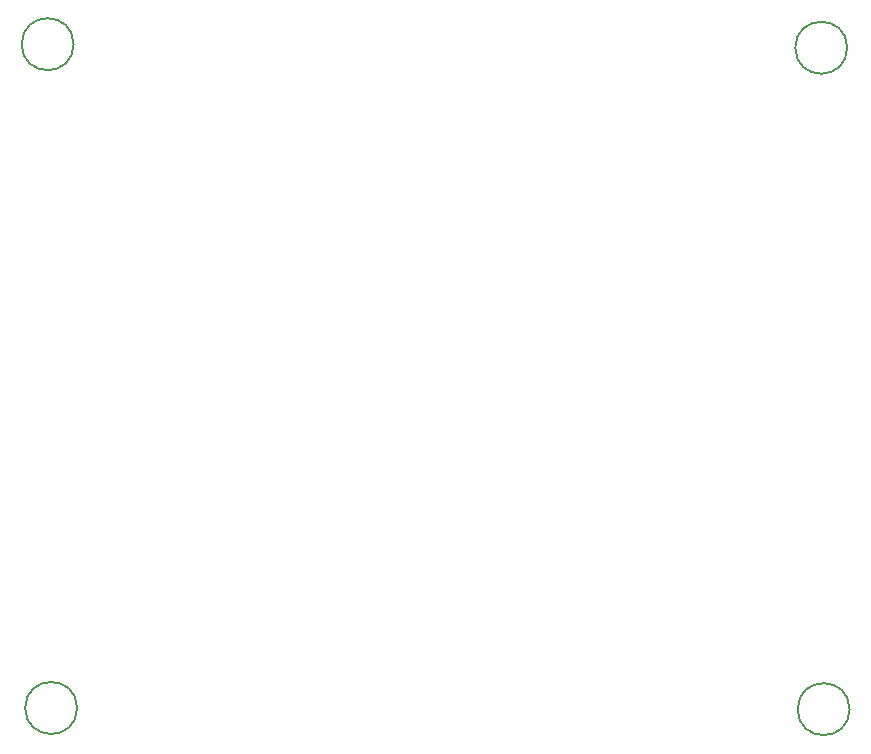
<source format=gbr>
%TF.GenerationSoftware,KiCad,Pcbnew,(6.0.5)*%
%TF.CreationDate,2022-05-23T22:17:39-04:00*%
%TF.ProjectId,HVAC_STM32_Motor_Controller,48564143-5f53-4544-9d33-325f4d6f746f,rev?*%
%TF.SameCoordinates,Original*%
%TF.FileFunction,Other,Comment*%
%FSLAX46Y46*%
G04 Gerber Fmt 4.6, Leading zero omitted, Abs format (unit mm)*
G04 Created by KiCad (PCBNEW (6.0.5)) date 2022-05-23 22:17:39*
%MOMM*%
%LPD*%
G01*
G04 APERTURE LIST*
%ADD10C,0.150000*%
G04 APERTURE END LIST*
D10*
%TO.C,H2*%
X170500000Y-68100000D02*
G75*
G03*
X170500000Y-68100000I-2200000J0D01*
G01*
%TO.C,H3*%
X170700000Y-124100000D02*
G75*
G03*
X170700000Y-124100000I-2200000J0D01*
G01*
%TO.C,H4*%
X105300000Y-124000000D02*
G75*
G03*
X105300000Y-124000000I-2200000J0D01*
G01*
%TO.C,H1*%
X105000000Y-67800000D02*
G75*
G03*
X105000000Y-67800000I-2200000J0D01*
G01*
%TD*%
M02*

</source>
